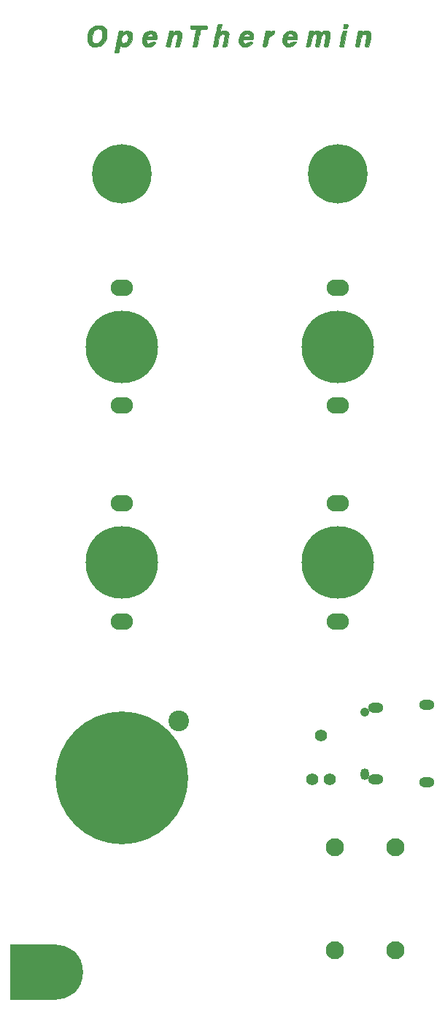
<source format=gbr>
G04 #@! TF.GenerationSoftware,KiCad,Pcbnew,5.1.5+dfsg1-2build2*
G04 #@! TF.CreationDate,2021-08-04T12:07:34+02:00*
G04 #@! TF.ProjectId,OpenThereminV4,4f70656e-5468-4657-9265-6d696e56342e,rev?*
G04 #@! TF.SameCoordinates,Original*
G04 #@! TF.FileFunction,Soldermask,Top*
G04 #@! TF.FilePolarity,Negative*
%FSLAX46Y46*%
G04 Gerber Fmt 4.6, Leading zero omitted, Abs format (unit mm)*
G04 Created by KiCad (PCBNEW 5.1.5+dfsg1-2build2) date 2021-08-04 12:07:34*
%MOMM*%
%LPD*%
G04 APERTURE LIST*
%ADD10C,0.010000*%
%ADD11C,2.100000*%
%ADD12C,6.900000*%
%ADD13O,2.600000X1.900000*%
%ADD14C,8.400000*%
%ADD15C,2.400000*%
%ADD16C,15.400000*%
%ADD17C,6.400000*%
%ADD18R,5.400000X6.400000*%
%ADD19C,1.050000*%
%ADD20O,1.050000X1.350000*%
%ADD21O,1.800000X1.200000*%
%ADD22C,1.390600*%
G04 APERTURE END LIST*
D10*
G36*
X113595840Y-38389843D02*
G01*
X113669010Y-38416517D01*
X113690245Y-38481401D01*
X113669607Y-38601209D01*
X113645440Y-38691583D01*
X113616640Y-38782623D01*
X113579020Y-38829829D01*
X113507646Y-38847600D01*
X113377581Y-38850333D01*
X113370510Y-38850333D01*
X113243588Y-38847169D01*
X113159742Y-38839012D01*
X113139666Y-38831250D01*
X113147818Y-38782411D01*
X113168684Y-38678200D01*
X113185507Y-38598417D01*
X113231349Y-38384667D01*
X113460674Y-38384667D01*
X113595840Y-38389843D01*
G37*
X113595840Y-38389843D02*
X113669010Y-38416517D01*
X113690245Y-38481401D01*
X113669607Y-38601209D01*
X113645440Y-38691583D01*
X113616640Y-38782623D01*
X113579020Y-38829829D01*
X113507646Y-38847600D01*
X113377581Y-38850333D01*
X113370510Y-38850333D01*
X113243588Y-38847169D01*
X113159742Y-38839012D01*
X113139666Y-38831250D01*
X113147818Y-38782411D01*
X113168684Y-38678200D01*
X113185507Y-38598417D01*
X113231349Y-38384667D01*
X113460674Y-38384667D01*
X113595840Y-38389843D01*
G36*
X116008380Y-39131671D02*
G01*
X116107036Y-39157386D01*
X116187700Y-39213445D01*
X116218454Y-39242879D01*
X116280809Y-39324010D01*
X116319410Y-39426489D01*
X116334195Y-39561571D01*
X116325103Y-39740514D01*
X116292070Y-39974575D01*
X116235036Y-40275011D01*
X116212148Y-40384917D01*
X116089055Y-40967000D01*
X115863194Y-40967000D01*
X115712883Y-40957850D01*
X115642987Y-40930043D01*
X115637031Y-40914083D01*
X115645111Y-40854692D01*
X115667435Y-40729685D01*
X115700767Y-40556286D01*
X115741875Y-40351723D01*
X115750282Y-40310833D01*
X115798230Y-40057371D01*
X115828446Y-39851003D01*
X115839313Y-39704526D01*
X115834444Y-39644083D01*
X115804730Y-39568415D01*
X115748275Y-39535148D01*
X115636549Y-39527667D01*
X115634505Y-39527667D01*
X115522142Y-39536413D01*
X115430797Y-39569037D01*
X115355106Y-39635116D01*
X115289706Y-39744226D01*
X115229237Y-39905946D01*
X115168333Y-40129852D01*
X115101635Y-40425521D01*
X115083396Y-40511917D01*
X114988200Y-40967000D01*
X114762433Y-40967000D01*
X114611857Y-40957777D01*
X114541896Y-40929788D01*
X114536020Y-40914083D01*
X114544051Y-40858212D01*
X114566847Y-40732687D01*
X114601852Y-40550728D01*
X114646511Y-40325556D01*
X114698269Y-40070394D01*
X114711926Y-40003917D01*
X114888478Y-39146667D01*
X115114739Y-39146667D01*
X115246675Y-39150395D01*
X115314546Y-39166858D01*
X115338816Y-39203975D01*
X115341000Y-39234216D01*
X115344785Y-39287518D01*
X115369330Y-39294927D01*
X115434420Y-39254922D01*
X115478583Y-39223632D01*
X115596656Y-39159366D01*
X115736978Y-39130143D01*
X115858621Y-39125500D01*
X116008380Y-39131671D01*
G37*
X116008380Y-39131671D02*
X116107036Y-39157386D01*
X116187700Y-39213445D01*
X116218454Y-39242879D01*
X116280809Y-39324010D01*
X116319410Y-39426489D01*
X116334195Y-39561571D01*
X116325103Y-39740514D01*
X116292070Y-39974575D01*
X116235036Y-40275011D01*
X116212148Y-40384917D01*
X116089055Y-40967000D01*
X115863194Y-40967000D01*
X115712883Y-40957850D01*
X115642987Y-40930043D01*
X115637031Y-40914083D01*
X115645111Y-40854692D01*
X115667435Y-40729685D01*
X115700767Y-40556286D01*
X115741875Y-40351723D01*
X115750282Y-40310833D01*
X115798230Y-40057371D01*
X115828446Y-39851003D01*
X115839313Y-39704526D01*
X115834444Y-39644083D01*
X115804730Y-39568415D01*
X115748275Y-39535148D01*
X115636549Y-39527667D01*
X115634505Y-39527667D01*
X115522142Y-39536413D01*
X115430797Y-39569037D01*
X115355106Y-39635116D01*
X115289706Y-39744226D01*
X115229237Y-39905946D01*
X115168333Y-40129852D01*
X115101635Y-40425521D01*
X115083396Y-40511917D01*
X114988200Y-40967000D01*
X114762433Y-40967000D01*
X114611857Y-40957777D01*
X114541896Y-40929788D01*
X114536020Y-40914083D01*
X114544051Y-40858212D01*
X114566847Y-40732687D01*
X114601852Y-40550728D01*
X114646511Y-40325556D01*
X114698269Y-40070394D01*
X114711926Y-40003917D01*
X114888478Y-39146667D01*
X115114739Y-39146667D01*
X115246675Y-39150395D01*
X115314546Y-39166858D01*
X115338816Y-39203975D01*
X115341000Y-39234216D01*
X115344785Y-39287518D01*
X115369330Y-39294927D01*
X115434420Y-39254922D01*
X115478583Y-39223632D01*
X115596656Y-39159366D01*
X115736978Y-39130143D01*
X115858621Y-39125500D01*
X116008380Y-39131671D01*
G36*
X113479067Y-39495917D02*
G01*
X113440099Y-39677498D01*
X113390362Y-39911369D01*
X113336341Y-40166932D01*
X113286096Y-40406083D01*
X113168680Y-40967000D01*
X112942506Y-40967000D01*
X112791987Y-40957849D01*
X112721915Y-40930047D01*
X112715905Y-40914083D01*
X112724111Y-40858239D01*
X112747270Y-40732776D01*
X112782790Y-40550904D01*
X112828079Y-40325833D01*
X112880546Y-40070773D01*
X112894471Y-40003917D01*
X113073466Y-39146667D01*
X113554622Y-39146667D01*
X113479067Y-39495917D01*
G37*
X113479067Y-39495917D02*
X113440099Y-39677498D01*
X113390362Y-39911369D01*
X113336341Y-40166932D01*
X113286096Y-40406083D01*
X113168680Y-40967000D01*
X112942506Y-40967000D01*
X112791987Y-40957849D01*
X112721915Y-40930047D01*
X112715905Y-40914083D01*
X112724111Y-40858239D01*
X112747270Y-40732776D01*
X112782790Y-40550904D01*
X112828079Y-40325833D01*
X112880546Y-40070773D01*
X112894471Y-40003917D01*
X113073466Y-39146667D01*
X113554622Y-39146667D01*
X113479067Y-39495917D01*
G36*
X110275766Y-39126321D02*
G01*
X110411399Y-39182386D01*
X110507714Y-39257682D01*
X110530160Y-39294448D01*
X110555781Y-39327190D01*
X110605699Y-39319175D01*
X110698820Y-39265625D01*
X110733282Y-39243097D01*
X110903981Y-39162291D01*
X111093951Y-39122389D01*
X111277471Y-39124426D01*
X111428821Y-39169437D01*
X111488845Y-39212697D01*
X111548654Y-39289519D01*
X111585598Y-39385421D01*
X111599636Y-39512236D01*
X111590726Y-39681798D01*
X111558825Y-39905942D01*
X111503891Y-40196502D01*
X111485019Y-40288288D01*
X111343741Y-40967000D01*
X111119870Y-40967000D01*
X110995186Y-40959739D01*
X110913912Y-40941076D01*
X110896000Y-40924440D01*
X110904385Y-40869676D01*
X110927429Y-40748161D01*
X110961963Y-40575911D01*
X111004817Y-40368943D01*
X111022406Y-40285549D01*
X111075701Y-40021902D01*
X111106929Y-39828169D01*
X111115534Y-39692378D01*
X111100960Y-39602554D01*
X111062651Y-39546724D01*
X111000051Y-39512915D01*
X110986303Y-39508289D01*
X110853860Y-39506612D01*
X110726508Y-39571150D01*
X110632193Y-39686594D01*
X110622530Y-39707575D01*
X110592133Y-39800554D01*
X110550272Y-39956040D01*
X110502135Y-40153529D01*
X110452913Y-40372516D01*
X110445673Y-40406345D01*
X110326524Y-40967000D01*
X110103262Y-40967000D01*
X109966026Y-40960816D01*
X109896952Y-40939274D01*
X109880000Y-40903656D01*
X109888444Y-40839120D01*
X109911420Y-40710655D01*
X109945390Y-40537049D01*
X109985615Y-40342739D01*
X110041125Y-40069730D01*
X110075284Y-39867013D01*
X110088229Y-39722987D01*
X110080095Y-39626050D01*
X110051019Y-39564600D01*
X110001136Y-39527034D01*
X109995216Y-39524239D01*
X109859627Y-39504738D01*
X109726575Y-39556729D01*
X109619985Y-39669782D01*
X109606557Y-39693666D01*
X109573272Y-39782299D01*
X109529142Y-39933998D01*
X109479530Y-40128729D01*
X109429798Y-40346457D01*
X109421911Y-40383401D01*
X109303097Y-40945833D01*
X109058825Y-40958635D01*
X108922178Y-40963109D01*
X108852298Y-40954738D01*
X108831647Y-40928489D01*
X108837582Y-40895135D01*
X108853177Y-40830177D01*
X108882180Y-40697217D01*
X108921416Y-40511280D01*
X108967708Y-40287388D01*
X109010325Y-40078000D01*
X109060206Y-39831943D01*
X109105616Y-39609389D01*
X109143368Y-39425840D01*
X109170277Y-39296797D01*
X109182158Y-39241917D01*
X109204320Y-39187086D01*
X109252886Y-39158465D01*
X109350215Y-39147832D01*
X109441243Y-39146667D01*
X109575329Y-39149455D01*
X109642947Y-39162588D01*
X109662238Y-39193213D01*
X109656067Y-39231333D01*
X109653693Y-39298837D01*
X109672296Y-39316000D01*
X109710097Y-39284929D01*
X109710666Y-39278490D01*
X109747643Y-39231849D01*
X109840290Y-39180300D01*
X109961185Y-39135180D01*
X110082906Y-39107828D01*
X110131916Y-39104333D01*
X110275766Y-39126321D01*
G37*
X110275766Y-39126321D02*
X110411399Y-39182386D01*
X110507714Y-39257682D01*
X110530160Y-39294448D01*
X110555781Y-39327190D01*
X110605699Y-39319175D01*
X110698820Y-39265625D01*
X110733282Y-39243097D01*
X110903981Y-39162291D01*
X111093951Y-39122389D01*
X111277471Y-39124426D01*
X111428821Y-39169437D01*
X111488845Y-39212697D01*
X111548654Y-39289519D01*
X111585598Y-39385421D01*
X111599636Y-39512236D01*
X111590726Y-39681798D01*
X111558825Y-39905942D01*
X111503891Y-40196502D01*
X111485019Y-40288288D01*
X111343741Y-40967000D01*
X111119870Y-40967000D01*
X110995186Y-40959739D01*
X110913912Y-40941076D01*
X110896000Y-40924440D01*
X110904385Y-40869676D01*
X110927429Y-40748161D01*
X110961963Y-40575911D01*
X111004817Y-40368943D01*
X111022406Y-40285549D01*
X111075701Y-40021902D01*
X111106929Y-39828169D01*
X111115534Y-39692378D01*
X111100960Y-39602554D01*
X111062651Y-39546724D01*
X111000051Y-39512915D01*
X110986303Y-39508289D01*
X110853860Y-39506612D01*
X110726508Y-39571150D01*
X110632193Y-39686594D01*
X110622530Y-39707575D01*
X110592133Y-39800554D01*
X110550272Y-39956040D01*
X110502135Y-40153529D01*
X110452913Y-40372516D01*
X110445673Y-40406345D01*
X110326524Y-40967000D01*
X110103262Y-40967000D01*
X109966026Y-40960816D01*
X109896952Y-40939274D01*
X109880000Y-40903656D01*
X109888444Y-40839120D01*
X109911420Y-40710655D01*
X109945390Y-40537049D01*
X109985615Y-40342739D01*
X110041125Y-40069730D01*
X110075284Y-39867013D01*
X110088229Y-39722987D01*
X110080095Y-39626050D01*
X110051019Y-39564600D01*
X110001136Y-39527034D01*
X109995216Y-39524239D01*
X109859627Y-39504738D01*
X109726575Y-39556729D01*
X109619985Y-39669782D01*
X109606557Y-39693666D01*
X109573272Y-39782299D01*
X109529142Y-39933998D01*
X109479530Y-40128729D01*
X109429798Y-40346457D01*
X109421911Y-40383401D01*
X109303097Y-40945833D01*
X109058825Y-40958635D01*
X108922178Y-40963109D01*
X108852298Y-40954738D01*
X108831647Y-40928489D01*
X108837582Y-40895135D01*
X108853177Y-40830177D01*
X108882180Y-40697217D01*
X108921416Y-40511280D01*
X108967708Y-40287388D01*
X109010325Y-40078000D01*
X109060206Y-39831943D01*
X109105616Y-39609389D01*
X109143368Y-39425840D01*
X109170277Y-39296797D01*
X109182158Y-39241917D01*
X109204320Y-39187086D01*
X109252886Y-39158465D01*
X109350215Y-39147832D01*
X109441243Y-39146667D01*
X109575329Y-39149455D01*
X109642947Y-39162588D01*
X109662238Y-39193213D01*
X109656067Y-39231333D01*
X109653693Y-39298837D01*
X109672296Y-39316000D01*
X109710097Y-39284929D01*
X109710666Y-39278490D01*
X109747643Y-39231849D01*
X109840290Y-39180300D01*
X109961185Y-39135180D01*
X110082906Y-39107828D01*
X110131916Y-39104333D01*
X110275766Y-39126321D01*
G36*
X105133226Y-39112739D02*
G01*
X105148670Y-39151177D01*
X105141073Y-39239472D01*
X105124995Y-39333768D01*
X105097550Y-39466279D01*
X105063891Y-39539908D01*
X105004477Y-39579384D01*
X104909039Y-39607110D01*
X104723988Y-39691378D01*
X104566442Y-39831859D01*
X104468827Y-39994045D01*
X104442078Y-40084427D01*
X104406419Y-40230807D01*
X104368365Y-40405934D01*
X104357513Y-40459712D01*
X104315723Y-40671905D01*
X104283711Y-40815070D01*
X104252337Y-40902705D01*
X104212461Y-40948307D01*
X104154942Y-40965375D01*
X104070638Y-40967406D01*
X104013980Y-40967000D01*
X103887500Y-40961721D01*
X103804273Y-40948118D01*
X103784708Y-40935250D01*
X103793295Y-40886070D01*
X103816881Y-40766779D01*
X103852873Y-40590086D01*
X103898673Y-40368697D01*
X103951687Y-40115322D01*
X103968463Y-40035667D01*
X104151509Y-39167833D01*
X104384035Y-39155348D01*
X104616561Y-39142862D01*
X104596897Y-39282348D01*
X104577233Y-39421833D01*
X104686994Y-39304985D01*
X104843333Y-39180845D01*
X105015327Y-39112622D01*
X105091880Y-39104333D01*
X105133226Y-39112739D01*
G37*
X105133226Y-39112739D02*
X105148670Y-39151177D01*
X105141073Y-39239472D01*
X105124995Y-39333768D01*
X105097550Y-39466279D01*
X105063891Y-39539908D01*
X105004477Y-39579384D01*
X104909039Y-39607110D01*
X104723988Y-39691378D01*
X104566442Y-39831859D01*
X104468827Y-39994045D01*
X104442078Y-40084427D01*
X104406419Y-40230807D01*
X104368365Y-40405934D01*
X104357513Y-40459712D01*
X104315723Y-40671905D01*
X104283711Y-40815070D01*
X104252337Y-40902705D01*
X104212461Y-40948307D01*
X104154942Y-40965375D01*
X104070638Y-40967406D01*
X104013980Y-40967000D01*
X103887500Y-40961721D01*
X103804273Y-40948118D01*
X103784708Y-40935250D01*
X103793295Y-40886070D01*
X103816881Y-40766779D01*
X103852873Y-40590086D01*
X103898673Y-40368697D01*
X103951687Y-40115322D01*
X103968463Y-40035667D01*
X104151509Y-39167833D01*
X104384035Y-39155348D01*
X104616561Y-39142862D01*
X104596897Y-39282348D01*
X104577233Y-39421833D01*
X104686994Y-39304985D01*
X104843333Y-39180845D01*
X105015327Y-39112622D01*
X105091880Y-39104333D01*
X105133226Y-39112739D01*
G36*
X98939120Y-38389945D02*
G01*
X99022259Y-38403545D01*
X99041750Y-38416417D01*
X99032735Y-38469355D01*
X99009354Y-38584547D01*
X98975805Y-38741636D01*
X98957083Y-38827022D01*
X98911028Y-39039069D01*
X98884922Y-39178856D01*
X98879985Y-39256695D01*
X98897439Y-39282896D01*
X98938507Y-39267769D01*
X99003880Y-39222017D01*
X99156931Y-39149328D01*
X99341306Y-39119354D01*
X99526637Y-39131956D01*
X99682555Y-39186995D01*
X99734815Y-39225366D01*
X99801269Y-39303022D01*
X99843502Y-39396441D01*
X99861679Y-39517879D01*
X99855963Y-39679592D01*
X99826520Y-39893834D01*
X99773513Y-40172860D01*
X99749090Y-40289667D01*
X99609641Y-40945833D01*
X99364930Y-40958635D01*
X99228043Y-40963086D01*
X99157845Y-40954664D01*
X99136725Y-40928352D01*
X99142127Y-40895135D01*
X99158251Y-40827276D01*
X99187336Y-40693879D01*
X99225659Y-40512412D01*
X99269496Y-40300344D01*
X99283243Y-40232990D01*
X99402450Y-39647146D01*
X99299318Y-39563635D01*
X99167636Y-39504885D01*
X99024029Y-39527484D01*
X98884644Y-39622167D01*
X98839771Y-39666807D01*
X98804250Y-39714579D01*
X98773490Y-39779288D01*
X98742899Y-39874743D01*
X98707885Y-40014748D01*
X98663858Y-40213110D01*
X98620425Y-40416667D01*
X98508176Y-40945833D01*
X98262263Y-40958683D01*
X98125157Y-40963977D01*
X98054442Y-40956821D01*
X98032022Y-40930302D01*
X98039803Y-40877505D01*
X98040669Y-40874016D01*
X98055638Y-40807699D01*
X98085440Y-40670450D01*
X98127528Y-40474198D01*
X98179351Y-40230874D01*
X98238361Y-39952410D01*
X98301181Y-39654667D01*
X98364586Y-39354721D01*
X98423239Y-39079533D01*
X98474626Y-38840723D01*
X98516231Y-38649912D01*
X98545538Y-38518721D01*
X98560033Y-38458771D01*
X98560039Y-38458750D01*
X98592333Y-38413916D01*
X98667312Y-38391206D01*
X98805248Y-38384675D01*
X98812686Y-38384667D01*
X98939120Y-38389945D01*
G37*
X98939120Y-38389945D02*
X99022259Y-38403545D01*
X99041750Y-38416417D01*
X99032735Y-38469355D01*
X99009354Y-38584547D01*
X98975805Y-38741636D01*
X98957083Y-38827022D01*
X98911028Y-39039069D01*
X98884922Y-39178856D01*
X98879985Y-39256695D01*
X98897439Y-39282896D01*
X98938507Y-39267769D01*
X99003880Y-39222017D01*
X99156931Y-39149328D01*
X99341306Y-39119354D01*
X99526637Y-39131956D01*
X99682555Y-39186995D01*
X99734815Y-39225366D01*
X99801269Y-39303022D01*
X99843502Y-39396441D01*
X99861679Y-39517879D01*
X99855963Y-39679592D01*
X99826520Y-39893834D01*
X99773513Y-40172860D01*
X99749090Y-40289667D01*
X99609641Y-40945833D01*
X99364930Y-40958635D01*
X99228043Y-40963086D01*
X99157845Y-40954664D01*
X99136725Y-40928352D01*
X99142127Y-40895135D01*
X99158251Y-40827276D01*
X99187336Y-40693879D01*
X99225659Y-40512412D01*
X99269496Y-40300344D01*
X99283243Y-40232990D01*
X99402450Y-39647146D01*
X99299318Y-39563635D01*
X99167636Y-39504885D01*
X99024029Y-39527484D01*
X98884644Y-39622167D01*
X98839771Y-39666807D01*
X98804250Y-39714579D01*
X98773490Y-39779288D01*
X98742899Y-39874743D01*
X98707885Y-40014748D01*
X98663858Y-40213110D01*
X98620425Y-40416667D01*
X98508176Y-40945833D01*
X98262263Y-40958683D01*
X98125157Y-40963977D01*
X98054442Y-40956821D01*
X98032022Y-40930302D01*
X98039803Y-40877505D01*
X98040669Y-40874016D01*
X98055638Y-40807699D01*
X98085440Y-40670450D01*
X98127528Y-40474198D01*
X98179351Y-40230874D01*
X98238361Y-39952410D01*
X98301181Y-39654667D01*
X98364586Y-39354721D01*
X98423239Y-39079533D01*
X98474626Y-38840723D01*
X98516231Y-38649912D01*
X98545538Y-38518721D01*
X98560033Y-38458771D01*
X98560039Y-38458750D01*
X98592333Y-38413916D01*
X98667312Y-38391206D01*
X98805248Y-38384675D01*
X98812686Y-38384667D01*
X98939120Y-38389945D01*
G36*
X96950024Y-38555084D02*
G01*
X97121186Y-38560361D01*
X97236728Y-38572281D01*
X97306331Y-38593458D01*
X97339674Y-38626508D01*
X97346437Y-38674044D01*
X97336299Y-38738681D01*
X97322875Y-38802708D01*
X97296416Y-38935000D01*
X96942681Y-38935000D01*
X96769143Y-38936562D01*
X96662284Y-38944283D01*
X96604129Y-38962712D01*
X96576707Y-38996401D01*
X96566465Y-39030250D01*
X96548660Y-39110060D01*
X96518130Y-39251483D01*
X96477864Y-39440271D01*
X96430855Y-39662176D01*
X96380091Y-39902953D01*
X96328565Y-40148352D01*
X96279266Y-40384126D01*
X96235186Y-40596029D01*
X96199315Y-40769812D01*
X96174644Y-40891227D01*
X96164164Y-40946029D01*
X96164000Y-40947560D01*
X96125506Y-40957765D01*
X96025362Y-40964804D01*
X95907147Y-40967000D01*
X95765564Y-40964123D01*
X95691532Y-40951902D01*
X95668026Y-40924950D01*
X95672977Y-40892917D01*
X95687893Y-40831726D01*
X95716323Y-40704465D01*
X95755225Y-40525578D01*
X95801558Y-40309512D01*
X95852282Y-40070713D01*
X95904356Y-39823628D01*
X95954738Y-39582701D01*
X96000387Y-39362380D01*
X96038262Y-39177110D01*
X96065323Y-39041338D01*
X96078528Y-38969510D01*
X96079333Y-38962555D01*
X96040345Y-38949758D01*
X95936738Y-38940122D01*
X95788544Y-38935276D01*
X95740666Y-38935000D01*
X95566033Y-38933375D01*
X95461617Y-38920829D01*
X95412971Y-38885853D01*
X95405648Y-38816937D01*
X95425200Y-38702573D01*
X95428458Y-38686292D01*
X95454916Y-38554000D01*
X96402125Y-38554000D01*
X96713564Y-38553835D01*
X96950024Y-38555084D01*
G37*
X96950024Y-38555084D02*
X97121186Y-38560361D01*
X97236728Y-38572281D01*
X97306331Y-38593458D01*
X97339674Y-38626508D01*
X97346437Y-38674044D01*
X97336299Y-38738681D01*
X97322875Y-38802708D01*
X97296416Y-38935000D01*
X96942681Y-38935000D01*
X96769143Y-38936562D01*
X96662284Y-38944283D01*
X96604129Y-38962712D01*
X96576707Y-38996401D01*
X96566465Y-39030250D01*
X96548660Y-39110060D01*
X96518130Y-39251483D01*
X96477864Y-39440271D01*
X96430855Y-39662176D01*
X96380091Y-39902953D01*
X96328565Y-40148352D01*
X96279266Y-40384126D01*
X96235186Y-40596029D01*
X96199315Y-40769812D01*
X96174644Y-40891227D01*
X96164164Y-40946029D01*
X96164000Y-40947560D01*
X96125506Y-40957765D01*
X96025362Y-40964804D01*
X95907147Y-40967000D01*
X95765564Y-40964123D01*
X95691532Y-40951902D01*
X95668026Y-40924950D01*
X95672977Y-40892917D01*
X95687893Y-40831726D01*
X95716323Y-40704465D01*
X95755225Y-40525578D01*
X95801558Y-40309512D01*
X95852282Y-40070713D01*
X95904356Y-39823628D01*
X95954738Y-39582701D01*
X96000387Y-39362380D01*
X96038262Y-39177110D01*
X96065323Y-39041338D01*
X96078528Y-38969510D01*
X96079333Y-38962555D01*
X96040345Y-38949758D01*
X95936738Y-38940122D01*
X95788544Y-38935276D01*
X95740666Y-38935000D01*
X95566033Y-38933375D01*
X95461617Y-38920829D01*
X95412971Y-38885853D01*
X95405648Y-38816937D01*
X95425200Y-38702573D01*
X95428458Y-38686292D01*
X95454916Y-38554000D01*
X96402125Y-38554000D01*
X96713564Y-38553835D01*
X96950024Y-38555084D01*
G36*
X94068520Y-39126850D02*
G01*
X94175180Y-39168271D01*
X94272842Y-39234587D01*
X94339540Y-39323193D01*
X94376229Y-39444602D01*
X94383865Y-39609323D01*
X94363402Y-39827868D01*
X94315796Y-40110748D01*
X94277969Y-40299576D01*
X94226649Y-40548615D01*
X94188183Y-40726968D01*
X94155884Y-40846332D01*
X94123062Y-40918399D01*
X94083032Y-40954867D01*
X94029104Y-40967430D01*
X93954592Y-40967784D01*
X93896313Y-40967000D01*
X93769658Y-40964590D01*
X93686128Y-40958382D01*
X93666333Y-40952523D01*
X93674641Y-40908231D01*
X93697509Y-40796041D01*
X93731849Y-40630862D01*
X93774574Y-40427602D01*
X93795523Y-40328583D01*
X93851603Y-40051939D01*
X93884872Y-39846801D01*
X93893753Y-39702717D01*
X93876666Y-39609231D01*
X93832036Y-39555890D01*
X93758282Y-39532239D01*
X93674620Y-39527667D01*
X93546093Y-39542943D01*
X93443573Y-39595432D01*
X93360597Y-39695122D01*
X93290703Y-39852003D01*
X93227430Y-40076063D01*
X93181191Y-40290379D01*
X93142803Y-40477916D01*
X93104912Y-40653835D01*
X93074432Y-40786247D01*
X93068925Y-40808250D01*
X93028069Y-40967000D01*
X92796868Y-40967000D01*
X92670296Y-40961754D01*
X92587191Y-40948227D01*
X92567714Y-40935250D01*
X92576612Y-40886046D01*
X92600306Y-40766698D01*
X92636206Y-40589922D01*
X92681724Y-40368438D01*
X92734273Y-40114962D01*
X92750795Y-40035667D01*
X92931829Y-39167833D01*
X93415027Y-39142361D01*
X93386543Y-39260930D01*
X93358059Y-39379500D01*
X93459279Y-39287070D01*
X93648428Y-39163683D01*
X93858632Y-39109095D01*
X94068520Y-39126850D01*
G37*
X94068520Y-39126850D02*
X94175180Y-39168271D01*
X94272842Y-39234587D01*
X94339540Y-39323193D01*
X94376229Y-39444602D01*
X94383865Y-39609323D01*
X94363402Y-39827868D01*
X94315796Y-40110748D01*
X94277969Y-40299576D01*
X94226649Y-40548615D01*
X94188183Y-40726968D01*
X94155884Y-40846332D01*
X94123062Y-40918399D01*
X94083032Y-40954867D01*
X94029104Y-40967430D01*
X93954592Y-40967784D01*
X93896313Y-40967000D01*
X93769658Y-40964590D01*
X93686128Y-40958382D01*
X93666333Y-40952523D01*
X93674641Y-40908231D01*
X93697509Y-40796041D01*
X93731849Y-40630862D01*
X93774574Y-40427602D01*
X93795523Y-40328583D01*
X93851603Y-40051939D01*
X93884872Y-39846801D01*
X93893753Y-39702717D01*
X93876666Y-39609231D01*
X93832036Y-39555890D01*
X93758282Y-39532239D01*
X93674620Y-39527667D01*
X93546093Y-39542943D01*
X93443573Y-39595432D01*
X93360597Y-39695122D01*
X93290703Y-39852003D01*
X93227430Y-40076063D01*
X93181191Y-40290379D01*
X93142803Y-40477916D01*
X93104912Y-40653835D01*
X93074432Y-40786247D01*
X93068925Y-40808250D01*
X93028069Y-40967000D01*
X92796868Y-40967000D01*
X92670296Y-40961754D01*
X92587191Y-40948227D01*
X92567714Y-40935250D01*
X92576612Y-40886046D01*
X92600306Y-40766698D01*
X92636206Y-40589922D01*
X92681724Y-40368438D01*
X92734273Y-40114962D01*
X92750795Y-40035667D01*
X92931829Y-39167833D01*
X93415027Y-39142361D01*
X93386543Y-39260930D01*
X93358059Y-39379500D01*
X93459279Y-39287070D01*
X93648428Y-39163683D01*
X93858632Y-39109095D01*
X94068520Y-39126850D01*
G36*
X107186604Y-39119575D02*
G01*
X107420499Y-39175734D01*
X107590333Y-39283775D01*
X107699142Y-39447586D01*
X107749964Y-39671053D01*
X107753540Y-39845167D01*
X107742166Y-40141500D01*
X107149500Y-40162667D01*
X106556833Y-40183833D01*
X106563378Y-40324204D01*
X106604275Y-40479456D01*
X106697185Y-40583925D01*
X106822354Y-40630117D01*
X106960027Y-40610537D01*
X107086000Y-40522500D01*
X107158472Y-40460167D01*
X107244669Y-40428141D01*
X107374800Y-40417213D01*
X107433133Y-40416667D01*
X107680840Y-40416667D01*
X107620033Y-40533083D01*
X107518625Y-40675398D01*
X107375919Y-40815764D01*
X107228280Y-40918516D01*
X107225534Y-40919939D01*
X107131972Y-40950640D01*
X106990886Y-40978446D01*
X106886868Y-40991684D01*
X106722189Y-40999442D01*
X106595691Y-40979221D01*
X106463398Y-40923500D01*
X106451000Y-40917155D01*
X106261806Y-40779820D01*
X106140403Y-40596159D01*
X106084924Y-40362294D01*
X106084958Y-40157899D01*
X106142510Y-39843503D01*
X106151008Y-39824000D01*
X106618159Y-39824000D01*
X106979079Y-39824000D01*
X107155515Y-39822047D01*
X107263489Y-39813941D01*
X107319160Y-39796315D01*
X107338688Y-39765798D01*
X107340000Y-39748753D01*
X107302320Y-39614898D01*
X107202431Y-39520914D01*
X107060059Y-39485333D01*
X107059649Y-39485333D01*
X106881875Y-39510043D01*
X106756070Y-39591429D01*
X106683184Y-39698255D01*
X106618159Y-39824000D01*
X106151008Y-39824000D01*
X106258856Y-39576488D01*
X106426815Y-39363623D01*
X106639208Y-39211673D01*
X106888853Y-39127408D01*
X107168571Y-39117595D01*
X107186604Y-39119575D01*
G37*
X107186604Y-39119575D02*
X107420499Y-39175734D01*
X107590333Y-39283775D01*
X107699142Y-39447586D01*
X107749964Y-39671053D01*
X107753540Y-39845167D01*
X107742166Y-40141500D01*
X107149500Y-40162667D01*
X106556833Y-40183833D01*
X106563378Y-40324204D01*
X106604275Y-40479456D01*
X106697185Y-40583925D01*
X106822354Y-40630117D01*
X106960027Y-40610537D01*
X107086000Y-40522500D01*
X107158472Y-40460167D01*
X107244669Y-40428141D01*
X107374800Y-40417213D01*
X107433133Y-40416667D01*
X107680840Y-40416667D01*
X107620033Y-40533083D01*
X107518625Y-40675398D01*
X107375919Y-40815764D01*
X107228280Y-40918516D01*
X107225534Y-40919939D01*
X107131972Y-40950640D01*
X106990886Y-40978446D01*
X106886868Y-40991684D01*
X106722189Y-40999442D01*
X106595691Y-40979221D01*
X106463398Y-40923500D01*
X106451000Y-40917155D01*
X106261806Y-40779820D01*
X106140403Y-40596159D01*
X106084924Y-40362294D01*
X106084958Y-40157899D01*
X106142510Y-39843503D01*
X106151008Y-39824000D01*
X106618159Y-39824000D01*
X106979079Y-39824000D01*
X107155515Y-39822047D01*
X107263489Y-39813941D01*
X107319160Y-39796315D01*
X107338688Y-39765798D01*
X107340000Y-39748753D01*
X107302320Y-39614898D01*
X107202431Y-39520914D01*
X107060059Y-39485333D01*
X107059649Y-39485333D01*
X106881875Y-39510043D01*
X106756070Y-39591429D01*
X106683184Y-39698255D01*
X106618159Y-39824000D01*
X106151008Y-39824000D01*
X106258856Y-39576488D01*
X106426815Y-39363623D01*
X106639208Y-39211673D01*
X106888853Y-39127408D01*
X107168571Y-39117595D01*
X107186604Y-39119575D01*
G36*
X102274029Y-39149445D02*
G01*
X102387000Y-39196838D01*
X102564298Y-39326129D01*
X102674892Y-39500777D01*
X102722829Y-39728111D01*
X102725600Y-39809954D01*
X102725137Y-39945042D01*
X102715290Y-40040366D01*
X102683517Y-40102844D01*
X102617275Y-40139395D01*
X102504021Y-40156936D01*
X102331211Y-40162388D01*
X102086303Y-40162667D01*
X101498000Y-40162667D01*
X101498000Y-40271283D01*
X101522303Y-40407811D01*
X101582863Y-40533398D01*
X101641920Y-40595935D01*
X101758281Y-40627753D01*
X101900072Y-40602665D01*
X102035827Y-40526467D01*
X102040613Y-40522500D01*
X102149502Y-40451794D01*
X102277178Y-40421017D01*
X102382527Y-40416667D01*
X102521174Y-40426427D01*
X102588398Y-40460273D01*
X102584946Y-40525057D01*
X102511560Y-40627629D01*
X102416372Y-40728189D01*
X102198459Y-40891585D01*
X101950640Y-40984598D01*
X101690295Y-41002972D01*
X101476833Y-40958376D01*
X101356044Y-40897276D01*
X101238521Y-40810368D01*
X101234395Y-40806569D01*
X101112275Y-40638306D01*
X101045702Y-40426158D01*
X101031592Y-40187318D01*
X101066858Y-39938981D01*
X101118422Y-39786841D01*
X101606569Y-39786841D01*
X101634244Y-39809021D01*
X101709870Y-39820117D01*
X101848821Y-39823790D01*
X101922661Y-39824000D01*
X102260000Y-39824000D01*
X102260000Y-39705467D01*
X102237262Y-39582260D01*
X102161530Y-39512117D01*
X102021527Y-39486049D01*
X101983745Y-39485333D01*
X101807000Y-39522725D01*
X101674694Y-39630587D01*
X101611470Y-39749917D01*
X101606569Y-39786841D01*
X101118422Y-39786841D01*
X101148417Y-39698342D01*
X101273184Y-39482594D01*
X101438074Y-39308932D01*
X101512509Y-39256374D01*
X101763835Y-39144300D01*
X102022906Y-39108301D01*
X102274029Y-39149445D01*
G37*
X102274029Y-39149445D02*
X102387000Y-39196838D01*
X102564298Y-39326129D01*
X102674892Y-39500777D01*
X102722829Y-39728111D01*
X102725600Y-39809954D01*
X102725137Y-39945042D01*
X102715290Y-40040366D01*
X102683517Y-40102844D01*
X102617275Y-40139395D01*
X102504021Y-40156936D01*
X102331211Y-40162388D01*
X102086303Y-40162667D01*
X101498000Y-40162667D01*
X101498000Y-40271283D01*
X101522303Y-40407811D01*
X101582863Y-40533398D01*
X101641920Y-40595935D01*
X101758281Y-40627753D01*
X101900072Y-40602665D01*
X102035827Y-40526467D01*
X102040613Y-40522500D01*
X102149502Y-40451794D01*
X102277178Y-40421017D01*
X102382527Y-40416667D01*
X102521174Y-40426427D01*
X102588398Y-40460273D01*
X102584946Y-40525057D01*
X102511560Y-40627629D01*
X102416372Y-40728189D01*
X102198459Y-40891585D01*
X101950640Y-40984598D01*
X101690295Y-41002972D01*
X101476833Y-40958376D01*
X101356044Y-40897276D01*
X101238521Y-40810368D01*
X101234395Y-40806569D01*
X101112275Y-40638306D01*
X101045702Y-40426158D01*
X101031592Y-40187318D01*
X101066858Y-39938981D01*
X101118422Y-39786841D01*
X101606569Y-39786841D01*
X101634244Y-39809021D01*
X101709870Y-39820117D01*
X101848821Y-39823790D01*
X101922661Y-39824000D01*
X102260000Y-39824000D01*
X102260000Y-39705467D01*
X102237262Y-39582260D01*
X102161530Y-39512117D01*
X102021527Y-39486049D01*
X101983745Y-39485333D01*
X101807000Y-39522725D01*
X101674694Y-39630587D01*
X101611470Y-39749917D01*
X101606569Y-39786841D01*
X101118422Y-39786841D01*
X101148417Y-39698342D01*
X101273184Y-39482594D01*
X101438074Y-39308932D01*
X101512509Y-39256374D01*
X101763835Y-39144300D01*
X102022906Y-39108301D01*
X102274029Y-39149445D01*
G36*
X90910189Y-39118112D02*
G01*
X91156438Y-39192765D01*
X91170280Y-39199583D01*
X91346419Y-39326725D01*
X91456567Y-39500492D01*
X91504471Y-39727668D01*
X91507267Y-39809954D01*
X91506804Y-39945042D01*
X91496957Y-40040366D01*
X91465184Y-40102844D01*
X91398942Y-40139395D01*
X91285687Y-40156936D01*
X91112878Y-40162388D01*
X90867969Y-40162667D01*
X90279666Y-40162667D01*
X90279666Y-40271283D01*
X90303970Y-40407811D01*
X90364530Y-40533398D01*
X90423587Y-40595935D01*
X90539948Y-40627753D01*
X90681738Y-40602665D01*
X90817493Y-40526467D01*
X90822279Y-40522500D01*
X90931169Y-40451794D01*
X91058845Y-40421017D01*
X91164194Y-40416667D01*
X91302840Y-40426427D01*
X91370065Y-40460273D01*
X91366612Y-40525057D01*
X91293226Y-40627629D01*
X91198039Y-40728189D01*
X90975263Y-40894287D01*
X90720466Y-40986720D01*
X90449076Y-41001571D01*
X90263550Y-40965543D01*
X90073710Y-40866934D01*
X89931548Y-40704354D01*
X89843077Y-40487536D01*
X89814236Y-40238110D01*
X89835553Y-39968545D01*
X89890535Y-39786841D01*
X90388235Y-39786841D01*
X90415911Y-39809021D01*
X90491537Y-39820117D01*
X90630488Y-39823790D01*
X90704328Y-39824000D01*
X91041666Y-39824000D01*
X91041666Y-39705467D01*
X91018928Y-39582260D01*
X90943197Y-39512117D01*
X90803194Y-39486049D01*
X90765412Y-39485333D01*
X90588666Y-39522725D01*
X90456360Y-39630587D01*
X90393136Y-39749917D01*
X90388235Y-39786841D01*
X89890535Y-39786841D01*
X89906773Y-39733181D01*
X90025566Y-39513476D01*
X90195077Y-39320572D01*
X90411214Y-39187032D01*
X90655683Y-39117874D01*
X90910189Y-39118112D01*
G37*
X90910189Y-39118112D02*
X91156438Y-39192765D01*
X91170280Y-39199583D01*
X91346419Y-39326725D01*
X91456567Y-39500492D01*
X91504471Y-39727668D01*
X91507267Y-39809954D01*
X91506804Y-39945042D01*
X91496957Y-40040366D01*
X91465184Y-40102844D01*
X91398942Y-40139395D01*
X91285687Y-40156936D01*
X91112878Y-40162388D01*
X90867969Y-40162667D01*
X90279666Y-40162667D01*
X90279666Y-40271283D01*
X90303970Y-40407811D01*
X90364530Y-40533398D01*
X90423587Y-40595935D01*
X90539948Y-40627753D01*
X90681738Y-40602665D01*
X90817493Y-40526467D01*
X90822279Y-40522500D01*
X90931169Y-40451794D01*
X91058845Y-40421017D01*
X91164194Y-40416667D01*
X91302840Y-40426427D01*
X91370065Y-40460273D01*
X91366612Y-40525057D01*
X91293226Y-40627629D01*
X91198039Y-40728189D01*
X90975263Y-40894287D01*
X90720466Y-40986720D01*
X90449076Y-41001571D01*
X90263550Y-40965543D01*
X90073710Y-40866934D01*
X89931548Y-40704354D01*
X89843077Y-40487536D01*
X89814236Y-40238110D01*
X89835553Y-39968545D01*
X89890535Y-39786841D01*
X90388235Y-39786841D01*
X90415911Y-39809021D01*
X90491537Y-39820117D01*
X90630488Y-39823790D01*
X90704328Y-39824000D01*
X91041666Y-39824000D01*
X91041666Y-39705467D01*
X91018928Y-39582260D01*
X90943197Y-39512117D01*
X90803194Y-39486049D01*
X90765412Y-39485333D01*
X90588666Y-39522725D01*
X90456360Y-39630587D01*
X90393136Y-39749917D01*
X90388235Y-39786841D01*
X89890535Y-39786841D01*
X89906773Y-39733181D01*
X90025566Y-39513476D01*
X90195077Y-39320572D01*
X90411214Y-39187032D01*
X90655683Y-39117874D01*
X90910189Y-39118112D01*
G36*
X84733044Y-38515849D02*
G01*
X84819571Y-38520446D01*
X85005774Y-38535606D01*
X85136404Y-38560571D01*
X85240539Y-38603410D01*
X85335060Y-38663507D01*
X85479996Y-38784229D01*
X85580862Y-38918885D01*
X85644390Y-39084847D01*
X85677313Y-39299489D01*
X85686376Y-39570000D01*
X85683040Y-39791121D01*
X85670911Y-39951614D01*
X85646590Y-40075345D01*
X85606678Y-40186179D01*
X85594899Y-40212437D01*
X85455695Y-40444141D01*
X85270484Y-40653472D01*
X85062614Y-40816469D01*
X84946315Y-40878018D01*
X84737459Y-40944473D01*
X84500937Y-40983704D01*
X84272667Y-40991752D01*
X84108973Y-40970364D01*
X83873880Y-40869753D01*
X83674668Y-40705423D01*
X83543211Y-40514710D01*
X83488519Y-40385325D01*
X83458578Y-40255667D01*
X83447664Y-40093198D01*
X83447715Y-40039551D01*
X83948641Y-40039551D01*
X83991595Y-40269175D01*
X84094026Y-40448530D01*
X84129247Y-40484875D01*
X84268216Y-40561260D01*
X84447798Y-40587143D01*
X84639897Y-40561490D01*
X84773806Y-40508601D01*
X84900216Y-40406006D01*
X85023540Y-40243394D01*
X85048313Y-40201684D01*
X85109447Y-40087335D01*
X85147758Y-39988969D01*
X85168517Y-39880609D01*
X85177001Y-39736276D01*
X85178500Y-39560477D01*
X85177147Y-39368894D01*
X85170059Y-39241468D01*
X85152687Y-39157701D01*
X85120484Y-39097089D01*
X85068904Y-39039135D01*
X85061121Y-39031310D01*
X84973633Y-38958728D01*
X84878009Y-38923708D01*
X84738310Y-38913902D01*
X84719159Y-38913833D01*
X84490358Y-38952037D01*
X84298282Y-39065650D01*
X84144243Y-39253177D01*
X84029559Y-39513118D01*
X83967454Y-39769781D01*
X83948641Y-40039551D01*
X83447715Y-40039551D01*
X83447781Y-39972167D01*
X83487603Y-39597285D01*
X83593688Y-39267860D01*
X83763327Y-38988683D01*
X83993806Y-38764546D01*
X84204018Y-38635909D01*
X84350096Y-38567628D01*
X84464465Y-38529077D01*
X84580867Y-38513927D01*
X84733044Y-38515849D01*
G37*
X84733044Y-38515849D02*
X84819571Y-38520446D01*
X85005774Y-38535606D01*
X85136404Y-38560571D01*
X85240539Y-38603410D01*
X85335060Y-38663507D01*
X85479996Y-38784229D01*
X85580862Y-38918885D01*
X85644390Y-39084847D01*
X85677313Y-39299489D01*
X85686376Y-39570000D01*
X85683040Y-39791121D01*
X85670911Y-39951614D01*
X85646590Y-40075345D01*
X85606678Y-40186179D01*
X85594899Y-40212437D01*
X85455695Y-40444141D01*
X85270484Y-40653472D01*
X85062614Y-40816469D01*
X84946315Y-40878018D01*
X84737459Y-40944473D01*
X84500937Y-40983704D01*
X84272667Y-40991752D01*
X84108973Y-40970364D01*
X83873880Y-40869753D01*
X83674668Y-40705423D01*
X83543211Y-40514710D01*
X83488519Y-40385325D01*
X83458578Y-40255667D01*
X83447664Y-40093198D01*
X83447715Y-40039551D01*
X83948641Y-40039551D01*
X83991595Y-40269175D01*
X84094026Y-40448530D01*
X84129247Y-40484875D01*
X84268216Y-40561260D01*
X84447798Y-40587143D01*
X84639897Y-40561490D01*
X84773806Y-40508601D01*
X84900216Y-40406006D01*
X85023540Y-40243394D01*
X85048313Y-40201684D01*
X85109447Y-40087335D01*
X85147758Y-39988969D01*
X85168517Y-39880609D01*
X85177001Y-39736276D01*
X85178500Y-39560477D01*
X85177147Y-39368894D01*
X85170059Y-39241468D01*
X85152687Y-39157701D01*
X85120484Y-39097089D01*
X85068904Y-39039135D01*
X85061121Y-39031310D01*
X84973633Y-38958728D01*
X84878009Y-38923708D01*
X84738310Y-38913902D01*
X84719159Y-38913833D01*
X84490358Y-38952037D01*
X84298282Y-39065650D01*
X84144243Y-39253177D01*
X84029559Y-39513118D01*
X83967454Y-39769781D01*
X83948641Y-40039551D01*
X83447715Y-40039551D01*
X83447781Y-39972167D01*
X83487603Y-39597285D01*
X83593688Y-39267860D01*
X83763327Y-38988683D01*
X83993806Y-38764546D01*
X84204018Y-38635909D01*
X84350096Y-38567628D01*
X84464465Y-38529077D01*
X84580867Y-38513927D01*
X84733044Y-38515849D01*
G36*
X88366865Y-39176341D02*
G01*
X88371076Y-39178482D01*
X88523448Y-39297201D01*
X88621177Y-39472133D01*
X88666782Y-39708722D01*
X88671000Y-39826381D01*
X88643315Y-40142697D01*
X88556409Y-40408569D01*
X88404506Y-40639222D01*
X88333462Y-40715903D01*
X88129661Y-40875279D01*
X87909598Y-40970639D01*
X87688694Y-40999413D01*
X87482372Y-40959035D01*
X87344781Y-40880497D01*
X87242252Y-40799849D01*
X87191887Y-41063341D01*
X87157439Y-41234155D01*
X87121591Y-41397459D01*
X87100295Y-41485583D01*
X87059069Y-41644333D01*
X86822930Y-41644333D01*
X86689253Y-41641706D01*
X86621976Y-41628783D01*
X86602877Y-41597997D01*
X86609918Y-41555898D01*
X86624408Y-41492449D01*
X86653714Y-41357694D01*
X86695370Y-41163208D01*
X86746908Y-40920570D01*
X86805860Y-40641356D01*
X86867635Y-40347257D01*
X87380363Y-40347257D01*
X87433577Y-40493491D01*
X87538707Y-40576603D01*
X87570671Y-40586474D01*
X87750708Y-40595146D01*
X87908027Y-40524725D01*
X87972163Y-40468958D01*
X88044978Y-40366676D01*
X88114931Y-40221210D01*
X88148407Y-40125152D01*
X88186044Y-39978112D01*
X88194652Y-39873094D01*
X88175142Y-39772926D01*
X88158291Y-39721965D01*
X88078148Y-39580166D01*
X87970861Y-39507961D01*
X87847472Y-39499378D01*
X87719025Y-39548443D01*
X87596561Y-39649184D01*
X87491124Y-39795630D01*
X87413755Y-39981808D01*
X87380977Y-40142379D01*
X87380363Y-40347257D01*
X86867635Y-40347257D01*
X86869760Y-40337145D01*
X86876061Y-40307065D01*
X87119078Y-39146667D01*
X87344705Y-39146667D01*
X87476846Y-39150655D01*
X87544727Y-39167610D01*
X87568576Y-39205015D01*
X87570333Y-39230142D01*
X87575083Y-39276016D01*
X87601688Y-39286673D01*
X87668680Y-39260120D01*
X87767138Y-39208975D01*
X87981302Y-39123978D01*
X88175122Y-39113407D01*
X88366865Y-39176341D01*
G37*
X88366865Y-39176341D02*
X88371076Y-39178482D01*
X88523448Y-39297201D01*
X88621177Y-39472133D01*
X88666782Y-39708722D01*
X88671000Y-39826381D01*
X88643315Y-40142697D01*
X88556409Y-40408569D01*
X88404506Y-40639222D01*
X88333462Y-40715903D01*
X88129661Y-40875279D01*
X87909598Y-40970639D01*
X87688694Y-40999413D01*
X87482372Y-40959035D01*
X87344781Y-40880497D01*
X87242252Y-40799849D01*
X87191887Y-41063341D01*
X87157439Y-41234155D01*
X87121591Y-41397459D01*
X87100295Y-41485583D01*
X87059069Y-41644333D01*
X86822930Y-41644333D01*
X86689253Y-41641706D01*
X86621976Y-41628783D01*
X86602877Y-41597997D01*
X86609918Y-41555898D01*
X86624408Y-41492449D01*
X86653714Y-41357694D01*
X86695370Y-41163208D01*
X86746908Y-40920570D01*
X86805860Y-40641356D01*
X86867635Y-40347257D01*
X87380363Y-40347257D01*
X87433577Y-40493491D01*
X87538707Y-40576603D01*
X87570671Y-40586474D01*
X87750708Y-40595146D01*
X87908027Y-40524725D01*
X87972163Y-40468958D01*
X88044978Y-40366676D01*
X88114931Y-40221210D01*
X88148407Y-40125152D01*
X88186044Y-39978112D01*
X88194652Y-39873094D01*
X88175142Y-39772926D01*
X88158291Y-39721965D01*
X88078148Y-39580166D01*
X87970861Y-39507961D01*
X87847472Y-39499378D01*
X87719025Y-39548443D01*
X87596561Y-39649184D01*
X87491124Y-39795630D01*
X87413755Y-39981808D01*
X87380977Y-40142379D01*
X87380363Y-40347257D01*
X86867635Y-40347257D01*
X86869760Y-40337145D01*
X86876061Y-40307065D01*
X87119078Y-39146667D01*
X87344705Y-39146667D01*
X87476846Y-39150655D01*
X87544727Y-39167610D01*
X87568576Y-39205015D01*
X87570333Y-39230142D01*
X87575083Y-39276016D01*
X87601688Y-39286673D01*
X87668680Y-39260120D01*
X87767138Y-39208975D01*
X87981302Y-39123978D01*
X88175122Y-39113407D01*
X88366865Y-39176341D01*
D11*
X112200000Y-133750000D03*
X119200000Y-133750000D03*
X112200000Y-145750000D03*
X119200000Y-145750000D03*
D12*
X112500000Y-55750000D03*
X87500000Y-55750000D03*
D13*
X112500000Y-82600000D03*
X112500000Y-68900000D03*
D14*
X112500000Y-75750000D03*
D13*
X87500000Y-68900000D03*
X87500000Y-82600000D03*
D14*
X87500000Y-75750000D03*
D13*
X112500000Y-107600000D03*
X112500000Y-93900000D03*
D14*
X112500000Y-100750000D03*
D13*
X87500000Y-93900000D03*
X87500000Y-107600000D03*
D14*
X87500000Y-100750000D03*
D15*
X94100000Y-119150000D03*
D16*
X87500000Y-125750000D03*
D17*
X79750000Y-148250000D03*
D18*
X77250000Y-148250000D03*
D19*
X115690000Y-118150000D03*
D20*
X115690000Y-125350000D03*
D21*
X122890000Y-117260000D03*
X122890000Y-126240000D03*
X116940000Y-125880000D03*
X116940000Y-117620000D03*
D22*
X109525000Y-125892000D03*
X111557000Y-125892000D03*
X110541000Y-120812000D03*
M02*

</source>
